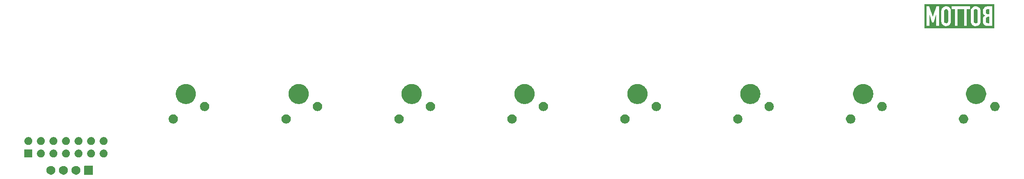
<source format=gbr>
%TF.GenerationSoftware,KiCad,Pcbnew,9.0.0*%
%TF.CreationDate,2025-04-15T08:35:35-04:00*%
%TF.ProjectId,Keypad,4b657970-6164-42e6-9b69-6361645f7063,1.0*%
%TF.SameCoordinates,Original*%
%TF.FileFunction,Soldermask,Bot*%
%TF.FilePolarity,Negative*%
%FSLAX46Y46*%
G04 Gerber Fmt 4.6, Leading zero omitted, Abs format (unit mm)*
G04 Created by KiCad (PCBNEW 9.0.0) date 2025-04-15 08:35:35*
%MOMM*%
%LPD*%
G01*
G04 APERTURE LIST*
G04 APERTURE END LIST*
G36*
X66069134Y-118463806D02*
G01*
X66085355Y-118474645D01*
X66096194Y-118490866D01*
X66100000Y-118510000D01*
X66100000Y-120210000D01*
X66096194Y-120229134D01*
X66085355Y-120245355D01*
X66069134Y-120256194D01*
X66050000Y-120260000D01*
X64350000Y-120260000D01*
X64330866Y-120256194D01*
X64314645Y-120245355D01*
X64303806Y-120229134D01*
X64300000Y-120210000D01*
X64300000Y-118510000D01*
X64303806Y-118490866D01*
X64314645Y-118474645D01*
X64330866Y-118463806D01*
X64350000Y-118460000D01*
X66050000Y-118460000D01*
X66069134Y-118463806D01*
G37*
G36*
X57841256Y-118498754D02*
G01*
X58004257Y-118566271D01*
X58150954Y-118664291D01*
X58275709Y-118789046D01*
X58373729Y-118935743D01*
X58441246Y-119098744D01*
X58475666Y-119271785D01*
X58475666Y-119448215D01*
X58441246Y-119621256D01*
X58373729Y-119784257D01*
X58275709Y-119930954D01*
X58150954Y-120055709D01*
X58004257Y-120153729D01*
X57841256Y-120221246D01*
X57668215Y-120255666D01*
X57491785Y-120255666D01*
X57318744Y-120221246D01*
X57155743Y-120153729D01*
X57009046Y-120055709D01*
X56884291Y-119930954D01*
X56786271Y-119784257D01*
X56718754Y-119621256D01*
X56684334Y-119448215D01*
X56684334Y-119271785D01*
X56718754Y-119098744D01*
X56786271Y-118935743D01*
X56884291Y-118789046D01*
X57009046Y-118664291D01*
X57155743Y-118566271D01*
X57318744Y-118498754D01*
X57491785Y-118464334D01*
X57668215Y-118464334D01*
X57841256Y-118498754D01*
G37*
G36*
X60381256Y-118498754D02*
G01*
X60544257Y-118566271D01*
X60690954Y-118664291D01*
X60815709Y-118789046D01*
X60913729Y-118935743D01*
X60981246Y-119098744D01*
X61015666Y-119271785D01*
X61015666Y-119448215D01*
X60981246Y-119621256D01*
X60913729Y-119784257D01*
X60815709Y-119930954D01*
X60690954Y-120055709D01*
X60544257Y-120153729D01*
X60381256Y-120221246D01*
X60208215Y-120255666D01*
X60031785Y-120255666D01*
X59858744Y-120221246D01*
X59695743Y-120153729D01*
X59549046Y-120055709D01*
X59424291Y-119930954D01*
X59326271Y-119784257D01*
X59258754Y-119621256D01*
X59224334Y-119448215D01*
X59224334Y-119271785D01*
X59258754Y-119098744D01*
X59326271Y-118935743D01*
X59424291Y-118789046D01*
X59549046Y-118664291D01*
X59695743Y-118566271D01*
X59858744Y-118498754D01*
X60031785Y-118464334D01*
X60208215Y-118464334D01*
X60381256Y-118498754D01*
G37*
G36*
X62921256Y-118498754D02*
G01*
X63084257Y-118566271D01*
X63230954Y-118664291D01*
X63355709Y-118789046D01*
X63453729Y-118935743D01*
X63521246Y-119098744D01*
X63555666Y-119271785D01*
X63555666Y-119448215D01*
X63521246Y-119621256D01*
X63453729Y-119784257D01*
X63355709Y-119930954D01*
X63230954Y-120055709D01*
X63084257Y-120153729D01*
X62921256Y-120221246D01*
X62748215Y-120255666D01*
X62571785Y-120255666D01*
X62398744Y-120221246D01*
X62235743Y-120153729D01*
X62089046Y-120055709D01*
X61964291Y-119930954D01*
X61866271Y-119784257D01*
X61798754Y-119621256D01*
X61764334Y-119448215D01*
X61764334Y-119271785D01*
X61798754Y-119098744D01*
X61866271Y-118935743D01*
X61964291Y-118789046D01*
X62089046Y-118664291D01*
X62235743Y-118566271D01*
X62398744Y-118498754D01*
X62571785Y-118464334D01*
X62748215Y-118464334D01*
X62921256Y-118498754D01*
G37*
G36*
X53793134Y-115139806D02*
G01*
X53809355Y-115150645D01*
X53820194Y-115166866D01*
X53824000Y-115186000D01*
X53824000Y-116694000D01*
X53820194Y-116713134D01*
X53809355Y-116729355D01*
X53793134Y-116740194D01*
X53774000Y-116744000D01*
X52266000Y-116744000D01*
X52246866Y-116740194D01*
X52230645Y-116729355D01*
X52219806Y-116713134D01*
X52216000Y-116694000D01*
X52216000Y-115186000D01*
X52219806Y-115166866D01*
X52230645Y-115150645D01*
X52246866Y-115139806D01*
X52266000Y-115136000D01*
X53774000Y-115136000D01*
X53793134Y-115139806D01*
G37*
G36*
X55793389Y-115170620D02*
G01*
X55939003Y-115230935D01*
X56070052Y-115318500D01*
X56181500Y-115429948D01*
X56269065Y-115560997D01*
X56329380Y-115706611D01*
X56360129Y-115861194D01*
X56360129Y-116018806D01*
X56329380Y-116173389D01*
X56269065Y-116319003D01*
X56181500Y-116450052D01*
X56070052Y-116561500D01*
X55939003Y-116649065D01*
X55793389Y-116709380D01*
X55638806Y-116740129D01*
X55481194Y-116740129D01*
X55326611Y-116709380D01*
X55180997Y-116649065D01*
X55049948Y-116561500D01*
X54938500Y-116450052D01*
X54850935Y-116319003D01*
X54790620Y-116173389D01*
X54759871Y-116018806D01*
X54759871Y-115861194D01*
X54790620Y-115706611D01*
X54850935Y-115560997D01*
X54938500Y-115429948D01*
X55049948Y-115318500D01*
X55180997Y-115230935D01*
X55326611Y-115170620D01*
X55481194Y-115139871D01*
X55638806Y-115139871D01*
X55793389Y-115170620D01*
G37*
G36*
X58333389Y-115170620D02*
G01*
X58479003Y-115230935D01*
X58610052Y-115318500D01*
X58721500Y-115429948D01*
X58809065Y-115560997D01*
X58869380Y-115706611D01*
X58900129Y-115861194D01*
X58900129Y-116018806D01*
X58869380Y-116173389D01*
X58809065Y-116319003D01*
X58721500Y-116450052D01*
X58610052Y-116561500D01*
X58479003Y-116649065D01*
X58333389Y-116709380D01*
X58178806Y-116740129D01*
X58021194Y-116740129D01*
X57866611Y-116709380D01*
X57720997Y-116649065D01*
X57589948Y-116561500D01*
X57478500Y-116450052D01*
X57390935Y-116319003D01*
X57330620Y-116173389D01*
X57299871Y-116018806D01*
X57299871Y-115861194D01*
X57330620Y-115706611D01*
X57390935Y-115560997D01*
X57478500Y-115429948D01*
X57589948Y-115318500D01*
X57720997Y-115230935D01*
X57866611Y-115170620D01*
X58021194Y-115139871D01*
X58178806Y-115139871D01*
X58333389Y-115170620D01*
G37*
G36*
X60873389Y-115170620D02*
G01*
X61019003Y-115230935D01*
X61150052Y-115318500D01*
X61261500Y-115429948D01*
X61349065Y-115560997D01*
X61409380Y-115706611D01*
X61440129Y-115861194D01*
X61440129Y-116018806D01*
X61409380Y-116173389D01*
X61349065Y-116319003D01*
X61261500Y-116450052D01*
X61150052Y-116561500D01*
X61019003Y-116649065D01*
X60873389Y-116709380D01*
X60718806Y-116740129D01*
X60561194Y-116740129D01*
X60406611Y-116709380D01*
X60260997Y-116649065D01*
X60129948Y-116561500D01*
X60018500Y-116450052D01*
X59930935Y-116319003D01*
X59870620Y-116173389D01*
X59839871Y-116018806D01*
X59839871Y-115861194D01*
X59870620Y-115706611D01*
X59930935Y-115560997D01*
X60018500Y-115429948D01*
X60129948Y-115318500D01*
X60260997Y-115230935D01*
X60406611Y-115170620D01*
X60561194Y-115139871D01*
X60718806Y-115139871D01*
X60873389Y-115170620D01*
G37*
G36*
X63413389Y-115170620D02*
G01*
X63559003Y-115230935D01*
X63690052Y-115318500D01*
X63801500Y-115429948D01*
X63889065Y-115560997D01*
X63949380Y-115706611D01*
X63980129Y-115861194D01*
X63980129Y-116018806D01*
X63949380Y-116173389D01*
X63889065Y-116319003D01*
X63801500Y-116450052D01*
X63690052Y-116561500D01*
X63559003Y-116649065D01*
X63413389Y-116709380D01*
X63258806Y-116740129D01*
X63101194Y-116740129D01*
X62946611Y-116709380D01*
X62800997Y-116649065D01*
X62669948Y-116561500D01*
X62558500Y-116450052D01*
X62470935Y-116319003D01*
X62410620Y-116173389D01*
X62379871Y-116018806D01*
X62379871Y-115861194D01*
X62410620Y-115706611D01*
X62470935Y-115560997D01*
X62558500Y-115429948D01*
X62669948Y-115318500D01*
X62800997Y-115230935D01*
X62946611Y-115170620D01*
X63101194Y-115139871D01*
X63258806Y-115139871D01*
X63413389Y-115170620D01*
G37*
G36*
X65953389Y-115170620D02*
G01*
X66099003Y-115230935D01*
X66230052Y-115318500D01*
X66341500Y-115429948D01*
X66429065Y-115560997D01*
X66489380Y-115706611D01*
X66520129Y-115861194D01*
X66520129Y-116018806D01*
X66489380Y-116173389D01*
X66429065Y-116319003D01*
X66341500Y-116450052D01*
X66230052Y-116561500D01*
X66099003Y-116649065D01*
X65953389Y-116709380D01*
X65798806Y-116740129D01*
X65641194Y-116740129D01*
X65486611Y-116709380D01*
X65340997Y-116649065D01*
X65209948Y-116561500D01*
X65098500Y-116450052D01*
X65010935Y-116319003D01*
X64950620Y-116173389D01*
X64919871Y-116018806D01*
X64919871Y-115861194D01*
X64950620Y-115706611D01*
X65010935Y-115560997D01*
X65098500Y-115429948D01*
X65209948Y-115318500D01*
X65340997Y-115230935D01*
X65486611Y-115170620D01*
X65641194Y-115139871D01*
X65798806Y-115139871D01*
X65953389Y-115170620D01*
G37*
G36*
X68493389Y-115170620D02*
G01*
X68639003Y-115230935D01*
X68770052Y-115318500D01*
X68881500Y-115429948D01*
X68969065Y-115560997D01*
X69029380Y-115706611D01*
X69060129Y-115861194D01*
X69060129Y-116018806D01*
X69029380Y-116173389D01*
X68969065Y-116319003D01*
X68881500Y-116450052D01*
X68770052Y-116561500D01*
X68639003Y-116649065D01*
X68493389Y-116709380D01*
X68338806Y-116740129D01*
X68181194Y-116740129D01*
X68026611Y-116709380D01*
X67880997Y-116649065D01*
X67749948Y-116561500D01*
X67638500Y-116450052D01*
X67550935Y-116319003D01*
X67490620Y-116173389D01*
X67459871Y-116018806D01*
X67459871Y-115861194D01*
X67490620Y-115706611D01*
X67550935Y-115560997D01*
X67638500Y-115429948D01*
X67749948Y-115318500D01*
X67880997Y-115230935D01*
X68026611Y-115170620D01*
X68181194Y-115139871D01*
X68338806Y-115139871D01*
X68493389Y-115170620D01*
G37*
G36*
X53253389Y-112630620D02*
G01*
X53399003Y-112690935D01*
X53530052Y-112778500D01*
X53641500Y-112889948D01*
X53729065Y-113020997D01*
X53789380Y-113166611D01*
X53820129Y-113321194D01*
X53820129Y-113478806D01*
X53789380Y-113633389D01*
X53729065Y-113779003D01*
X53641500Y-113910052D01*
X53530052Y-114021500D01*
X53399003Y-114109065D01*
X53253389Y-114169380D01*
X53098806Y-114200129D01*
X52941194Y-114200129D01*
X52786611Y-114169380D01*
X52640997Y-114109065D01*
X52509948Y-114021500D01*
X52398500Y-113910052D01*
X52310935Y-113779003D01*
X52250620Y-113633389D01*
X52219871Y-113478806D01*
X52219871Y-113321194D01*
X52250620Y-113166611D01*
X52310935Y-113020997D01*
X52398500Y-112889948D01*
X52509948Y-112778500D01*
X52640997Y-112690935D01*
X52786611Y-112630620D01*
X52941194Y-112599871D01*
X53098806Y-112599871D01*
X53253389Y-112630620D01*
G37*
G36*
X55793389Y-112630620D02*
G01*
X55939003Y-112690935D01*
X56070052Y-112778500D01*
X56181500Y-112889948D01*
X56269065Y-113020997D01*
X56329380Y-113166611D01*
X56360129Y-113321194D01*
X56360129Y-113478806D01*
X56329380Y-113633389D01*
X56269065Y-113779003D01*
X56181500Y-113910052D01*
X56070052Y-114021500D01*
X55939003Y-114109065D01*
X55793389Y-114169380D01*
X55638806Y-114200129D01*
X55481194Y-114200129D01*
X55326611Y-114169380D01*
X55180997Y-114109065D01*
X55049948Y-114021500D01*
X54938500Y-113910052D01*
X54850935Y-113779003D01*
X54790620Y-113633389D01*
X54759871Y-113478806D01*
X54759871Y-113321194D01*
X54790620Y-113166611D01*
X54850935Y-113020997D01*
X54938500Y-112889948D01*
X55049948Y-112778500D01*
X55180997Y-112690935D01*
X55326611Y-112630620D01*
X55481194Y-112599871D01*
X55638806Y-112599871D01*
X55793389Y-112630620D01*
G37*
G36*
X58333389Y-112630620D02*
G01*
X58479003Y-112690935D01*
X58610052Y-112778500D01*
X58721500Y-112889948D01*
X58809065Y-113020997D01*
X58869380Y-113166611D01*
X58900129Y-113321194D01*
X58900129Y-113478806D01*
X58869380Y-113633389D01*
X58809065Y-113779003D01*
X58721500Y-113910052D01*
X58610052Y-114021500D01*
X58479003Y-114109065D01*
X58333389Y-114169380D01*
X58178806Y-114200129D01*
X58021194Y-114200129D01*
X57866611Y-114169380D01*
X57720997Y-114109065D01*
X57589948Y-114021500D01*
X57478500Y-113910052D01*
X57390935Y-113779003D01*
X57330620Y-113633389D01*
X57299871Y-113478806D01*
X57299871Y-113321194D01*
X57330620Y-113166611D01*
X57390935Y-113020997D01*
X57478500Y-112889948D01*
X57589948Y-112778500D01*
X57720997Y-112690935D01*
X57866611Y-112630620D01*
X58021194Y-112599871D01*
X58178806Y-112599871D01*
X58333389Y-112630620D01*
G37*
G36*
X60873389Y-112630620D02*
G01*
X61019003Y-112690935D01*
X61150052Y-112778500D01*
X61261500Y-112889948D01*
X61349065Y-113020997D01*
X61409380Y-113166611D01*
X61440129Y-113321194D01*
X61440129Y-113478806D01*
X61409380Y-113633389D01*
X61349065Y-113779003D01*
X61261500Y-113910052D01*
X61150052Y-114021500D01*
X61019003Y-114109065D01*
X60873389Y-114169380D01*
X60718806Y-114200129D01*
X60561194Y-114200129D01*
X60406611Y-114169380D01*
X60260997Y-114109065D01*
X60129948Y-114021500D01*
X60018500Y-113910052D01*
X59930935Y-113779003D01*
X59870620Y-113633389D01*
X59839871Y-113478806D01*
X59839871Y-113321194D01*
X59870620Y-113166611D01*
X59930935Y-113020997D01*
X60018500Y-112889948D01*
X60129948Y-112778500D01*
X60260997Y-112690935D01*
X60406611Y-112630620D01*
X60561194Y-112599871D01*
X60718806Y-112599871D01*
X60873389Y-112630620D01*
G37*
G36*
X63413389Y-112630620D02*
G01*
X63559003Y-112690935D01*
X63690052Y-112778500D01*
X63801500Y-112889948D01*
X63889065Y-113020997D01*
X63949380Y-113166611D01*
X63980129Y-113321194D01*
X63980129Y-113478806D01*
X63949380Y-113633389D01*
X63889065Y-113779003D01*
X63801500Y-113910052D01*
X63690052Y-114021500D01*
X63559003Y-114109065D01*
X63413389Y-114169380D01*
X63258806Y-114200129D01*
X63101194Y-114200129D01*
X62946611Y-114169380D01*
X62800997Y-114109065D01*
X62669948Y-114021500D01*
X62558500Y-113910052D01*
X62470935Y-113779003D01*
X62410620Y-113633389D01*
X62379871Y-113478806D01*
X62379871Y-113321194D01*
X62410620Y-113166611D01*
X62470935Y-113020997D01*
X62558500Y-112889948D01*
X62669948Y-112778500D01*
X62800997Y-112690935D01*
X62946611Y-112630620D01*
X63101194Y-112599871D01*
X63258806Y-112599871D01*
X63413389Y-112630620D01*
G37*
G36*
X65953389Y-112630620D02*
G01*
X66099003Y-112690935D01*
X66230052Y-112778500D01*
X66341500Y-112889948D01*
X66429065Y-113020997D01*
X66489380Y-113166611D01*
X66520129Y-113321194D01*
X66520129Y-113478806D01*
X66489380Y-113633389D01*
X66429065Y-113779003D01*
X66341500Y-113910052D01*
X66230052Y-114021500D01*
X66099003Y-114109065D01*
X65953389Y-114169380D01*
X65798806Y-114200129D01*
X65641194Y-114200129D01*
X65486611Y-114169380D01*
X65340997Y-114109065D01*
X65209948Y-114021500D01*
X65098500Y-113910052D01*
X65010935Y-113779003D01*
X64950620Y-113633389D01*
X64919871Y-113478806D01*
X64919871Y-113321194D01*
X64950620Y-113166611D01*
X65010935Y-113020997D01*
X65098500Y-112889948D01*
X65209948Y-112778500D01*
X65340997Y-112690935D01*
X65486611Y-112630620D01*
X65641194Y-112599871D01*
X65798806Y-112599871D01*
X65953389Y-112630620D01*
G37*
G36*
X68493389Y-112630620D02*
G01*
X68639003Y-112690935D01*
X68770052Y-112778500D01*
X68881500Y-112889948D01*
X68969065Y-113020997D01*
X69029380Y-113166611D01*
X69060129Y-113321194D01*
X69060129Y-113478806D01*
X69029380Y-113633389D01*
X68969065Y-113779003D01*
X68881500Y-113910052D01*
X68770052Y-114021500D01*
X68639003Y-114109065D01*
X68493389Y-114169380D01*
X68338806Y-114200129D01*
X68181194Y-114200129D01*
X68026611Y-114169380D01*
X67880997Y-114109065D01*
X67749948Y-114021500D01*
X67638500Y-113910052D01*
X67550935Y-113779003D01*
X67490620Y-113633389D01*
X67459871Y-113478806D01*
X67459871Y-113321194D01*
X67490620Y-113166611D01*
X67550935Y-113020997D01*
X67638500Y-112889948D01*
X67749948Y-112778500D01*
X67880997Y-112690935D01*
X68026611Y-112630620D01*
X68181194Y-112599871D01*
X68338806Y-112599871D01*
X68493389Y-112630620D01*
G37*
G36*
X82635770Y-108000907D02*
G01*
X82807827Y-108072175D01*
X82962674Y-108175640D01*
X83094360Y-108307326D01*
X83197825Y-108462173D01*
X83269093Y-108634230D01*
X83305425Y-108816884D01*
X83305425Y-109003116D01*
X83269093Y-109185770D01*
X83197825Y-109357827D01*
X83094360Y-109512674D01*
X82962674Y-109644360D01*
X82807827Y-109747825D01*
X82635770Y-109819093D01*
X82453116Y-109855425D01*
X82266884Y-109855425D01*
X82084230Y-109819093D01*
X81912173Y-109747825D01*
X81757326Y-109644360D01*
X81625640Y-109512674D01*
X81522175Y-109357827D01*
X81450907Y-109185770D01*
X81414575Y-109003116D01*
X81414575Y-108816884D01*
X81450907Y-108634230D01*
X81522175Y-108462173D01*
X81625640Y-108307326D01*
X81757326Y-108175640D01*
X81912173Y-108072175D01*
X82084230Y-108000907D01*
X82266884Y-107964575D01*
X82453116Y-107964575D01*
X82635770Y-108000907D01*
G37*
G36*
X105485770Y-108000907D02*
G01*
X105657827Y-108072175D01*
X105812674Y-108175640D01*
X105944360Y-108307326D01*
X106047825Y-108462173D01*
X106119093Y-108634230D01*
X106155425Y-108816884D01*
X106155425Y-109003116D01*
X106119093Y-109185770D01*
X106047825Y-109357827D01*
X105944360Y-109512674D01*
X105812674Y-109644360D01*
X105657827Y-109747825D01*
X105485770Y-109819093D01*
X105303116Y-109855425D01*
X105116884Y-109855425D01*
X104934230Y-109819093D01*
X104762173Y-109747825D01*
X104607326Y-109644360D01*
X104475640Y-109512674D01*
X104372175Y-109357827D01*
X104300907Y-109185770D01*
X104264575Y-109003116D01*
X104264575Y-108816884D01*
X104300907Y-108634230D01*
X104372175Y-108462173D01*
X104475640Y-108307326D01*
X104607326Y-108175640D01*
X104762173Y-108072175D01*
X104934230Y-108000907D01*
X105116884Y-107964575D01*
X105303116Y-107964575D01*
X105485770Y-108000907D01*
G37*
G36*
X128335770Y-108000907D02*
G01*
X128507827Y-108072175D01*
X128662674Y-108175640D01*
X128794360Y-108307326D01*
X128897825Y-108462173D01*
X128969093Y-108634230D01*
X129005425Y-108816884D01*
X129005425Y-109003116D01*
X128969093Y-109185770D01*
X128897825Y-109357827D01*
X128794360Y-109512674D01*
X128662674Y-109644360D01*
X128507827Y-109747825D01*
X128335770Y-109819093D01*
X128153116Y-109855425D01*
X127966884Y-109855425D01*
X127784230Y-109819093D01*
X127612173Y-109747825D01*
X127457326Y-109644360D01*
X127325640Y-109512674D01*
X127222175Y-109357827D01*
X127150907Y-109185770D01*
X127114575Y-109003116D01*
X127114575Y-108816884D01*
X127150907Y-108634230D01*
X127222175Y-108462173D01*
X127325640Y-108307326D01*
X127457326Y-108175640D01*
X127612173Y-108072175D01*
X127784230Y-108000907D01*
X127966884Y-107964575D01*
X128153116Y-107964575D01*
X128335770Y-108000907D01*
G37*
G36*
X151185770Y-108000907D02*
G01*
X151357827Y-108072175D01*
X151512674Y-108175640D01*
X151644360Y-108307326D01*
X151747825Y-108462173D01*
X151819093Y-108634230D01*
X151855425Y-108816884D01*
X151855425Y-109003116D01*
X151819093Y-109185770D01*
X151747825Y-109357827D01*
X151644360Y-109512674D01*
X151512674Y-109644360D01*
X151357827Y-109747825D01*
X151185770Y-109819093D01*
X151003116Y-109855425D01*
X150816884Y-109855425D01*
X150634230Y-109819093D01*
X150462173Y-109747825D01*
X150307326Y-109644360D01*
X150175640Y-109512674D01*
X150072175Y-109357827D01*
X150000907Y-109185770D01*
X149964575Y-109003116D01*
X149964575Y-108816884D01*
X150000907Y-108634230D01*
X150072175Y-108462173D01*
X150175640Y-108307326D01*
X150307326Y-108175640D01*
X150462173Y-108072175D01*
X150634230Y-108000907D01*
X150816884Y-107964575D01*
X151003116Y-107964575D01*
X151185770Y-108000907D01*
G37*
G36*
X174035770Y-108000907D02*
G01*
X174207827Y-108072175D01*
X174362674Y-108175640D01*
X174494360Y-108307326D01*
X174597825Y-108462173D01*
X174669093Y-108634230D01*
X174705425Y-108816884D01*
X174705425Y-109003116D01*
X174669093Y-109185770D01*
X174597825Y-109357827D01*
X174494360Y-109512674D01*
X174362674Y-109644360D01*
X174207827Y-109747825D01*
X174035770Y-109819093D01*
X173853116Y-109855425D01*
X173666884Y-109855425D01*
X173484230Y-109819093D01*
X173312173Y-109747825D01*
X173157326Y-109644360D01*
X173025640Y-109512674D01*
X172922175Y-109357827D01*
X172850907Y-109185770D01*
X172814575Y-109003116D01*
X172814575Y-108816884D01*
X172850907Y-108634230D01*
X172922175Y-108462173D01*
X173025640Y-108307326D01*
X173157326Y-108175640D01*
X173312173Y-108072175D01*
X173484230Y-108000907D01*
X173666884Y-107964575D01*
X173853116Y-107964575D01*
X174035770Y-108000907D01*
G37*
G36*
X196885770Y-108000907D02*
G01*
X197057827Y-108072175D01*
X197212674Y-108175640D01*
X197344360Y-108307326D01*
X197447825Y-108462173D01*
X197519093Y-108634230D01*
X197555425Y-108816884D01*
X197555425Y-109003116D01*
X197519093Y-109185770D01*
X197447825Y-109357827D01*
X197344360Y-109512674D01*
X197212674Y-109644360D01*
X197057827Y-109747825D01*
X196885770Y-109819093D01*
X196703116Y-109855425D01*
X196516884Y-109855425D01*
X196334230Y-109819093D01*
X196162173Y-109747825D01*
X196007326Y-109644360D01*
X195875640Y-109512674D01*
X195772175Y-109357827D01*
X195700907Y-109185770D01*
X195664575Y-109003116D01*
X195664575Y-108816884D01*
X195700907Y-108634230D01*
X195772175Y-108462173D01*
X195875640Y-108307326D01*
X196007326Y-108175640D01*
X196162173Y-108072175D01*
X196334230Y-108000907D01*
X196516884Y-107964575D01*
X196703116Y-107964575D01*
X196885770Y-108000907D01*
G37*
G36*
X219735770Y-108000907D02*
G01*
X219907827Y-108072175D01*
X220062674Y-108175640D01*
X220194360Y-108307326D01*
X220297825Y-108462173D01*
X220369093Y-108634230D01*
X220405425Y-108816884D01*
X220405425Y-109003116D01*
X220369093Y-109185770D01*
X220297825Y-109357827D01*
X220194360Y-109512674D01*
X220062674Y-109644360D01*
X219907827Y-109747825D01*
X219735770Y-109819093D01*
X219553116Y-109855425D01*
X219366884Y-109855425D01*
X219184230Y-109819093D01*
X219012173Y-109747825D01*
X218857326Y-109644360D01*
X218725640Y-109512674D01*
X218622175Y-109357827D01*
X218550907Y-109185770D01*
X218514575Y-109003116D01*
X218514575Y-108816884D01*
X218550907Y-108634230D01*
X218622175Y-108462173D01*
X218725640Y-108307326D01*
X218857326Y-108175640D01*
X219012173Y-108072175D01*
X219184230Y-108000907D01*
X219366884Y-107964575D01*
X219553116Y-107964575D01*
X219735770Y-108000907D01*
G37*
G36*
X242585770Y-108000907D02*
G01*
X242757827Y-108072175D01*
X242912674Y-108175640D01*
X243044360Y-108307326D01*
X243147825Y-108462173D01*
X243219093Y-108634230D01*
X243255425Y-108816884D01*
X243255425Y-109003116D01*
X243219093Y-109185770D01*
X243147825Y-109357827D01*
X243044360Y-109512674D01*
X242912674Y-109644360D01*
X242757827Y-109747825D01*
X242585770Y-109819093D01*
X242403116Y-109855425D01*
X242216884Y-109855425D01*
X242034230Y-109819093D01*
X241862173Y-109747825D01*
X241707326Y-109644360D01*
X241575640Y-109512674D01*
X241472175Y-109357827D01*
X241400907Y-109185770D01*
X241364575Y-109003116D01*
X241364575Y-108816884D01*
X241400907Y-108634230D01*
X241472175Y-108462173D01*
X241575640Y-108307326D01*
X241707326Y-108175640D01*
X241862173Y-108072175D01*
X242034230Y-108000907D01*
X242216884Y-107964575D01*
X242403116Y-107964575D01*
X242585770Y-108000907D01*
G37*
G36*
X88985770Y-105460907D02*
G01*
X89157827Y-105532175D01*
X89312674Y-105635640D01*
X89444360Y-105767326D01*
X89547825Y-105922173D01*
X89619093Y-106094230D01*
X89655425Y-106276884D01*
X89655425Y-106463116D01*
X89619093Y-106645770D01*
X89547825Y-106817827D01*
X89444360Y-106972674D01*
X89312674Y-107104360D01*
X89157827Y-107207825D01*
X88985770Y-107279093D01*
X88803116Y-107315425D01*
X88616884Y-107315425D01*
X88434230Y-107279093D01*
X88262173Y-107207825D01*
X88107326Y-107104360D01*
X87975640Y-106972674D01*
X87872175Y-106817827D01*
X87800907Y-106645770D01*
X87764575Y-106463116D01*
X87764575Y-106276884D01*
X87800907Y-106094230D01*
X87872175Y-105922173D01*
X87975640Y-105767326D01*
X88107326Y-105635640D01*
X88262173Y-105532175D01*
X88434230Y-105460907D01*
X88616884Y-105424575D01*
X88803116Y-105424575D01*
X88985770Y-105460907D01*
G37*
G36*
X111835770Y-105460907D02*
G01*
X112007827Y-105532175D01*
X112162674Y-105635640D01*
X112294360Y-105767326D01*
X112397825Y-105922173D01*
X112469093Y-106094230D01*
X112505425Y-106276884D01*
X112505425Y-106463116D01*
X112469093Y-106645770D01*
X112397825Y-106817827D01*
X112294360Y-106972674D01*
X112162674Y-107104360D01*
X112007827Y-107207825D01*
X111835770Y-107279093D01*
X111653116Y-107315425D01*
X111466884Y-107315425D01*
X111284230Y-107279093D01*
X111112173Y-107207825D01*
X110957326Y-107104360D01*
X110825640Y-106972674D01*
X110722175Y-106817827D01*
X110650907Y-106645770D01*
X110614575Y-106463116D01*
X110614575Y-106276884D01*
X110650907Y-106094230D01*
X110722175Y-105922173D01*
X110825640Y-105767326D01*
X110957326Y-105635640D01*
X111112173Y-105532175D01*
X111284230Y-105460907D01*
X111466884Y-105424575D01*
X111653116Y-105424575D01*
X111835770Y-105460907D01*
G37*
G36*
X134685770Y-105460907D02*
G01*
X134857827Y-105532175D01*
X135012674Y-105635640D01*
X135144360Y-105767326D01*
X135247825Y-105922173D01*
X135319093Y-106094230D01*
X135355425Y-106276884D01*
X135355425Y-106463116D01*
X135319093Y-106645770D01*
X135247825Y-106817827D01*
X135144360Y-106972674D01*
X135012674Y-107104360D01*
X134857827Y-107207825D01*
X134685770Y-107279093D01*
X134503116Y-107315425D01*
X134316884Y-107315425D01*
X134134230Y-107279093D01*
X133962173Y-107207825D01*
X133807326Y-107104360D01*
X133675640Y-106972674D01*
X133572175Y-106817827D01*
X133500907Y-106645770D01*
X133464575Y-106463116D01*
X133464575Y-106276884D01*
X133500907Y-106094230D01*
X133572175Y-105922173D01*
X133675640Y-105767326D01*
X133807326Y-105635640D01*
X133962173Y-105532175D01*
X134134230Y-105460907D01*
X134316884Y-105424575D01*
X134503116Y-105424575D01*
X134685770Y-105460907D01*
G37*
G36*
X157535770Y-105460907D02*
G01*
X157707827Y-105532175D01*
X157862674Y-105635640D01*
X157994360Y-105767326D01*
X158097825Y-105922173D01*
X158169093Y-106094230D01*
X158205425Y-106276884D01*
X158205425Y-106463116D01*
X158169093Y-106645770D01*
X158097825Y-106817827D01*
X157994360Y-106972674D01*
X157862674Y-107104360D01*
X157707827Y-107207825D01*
X157535770Y-107279093D01*
X157353116Y-107315425D01*
X157166884Y-107315425D01*
X156984230Y-107279093D01*
X156812173Y-107207825D01*
X156657326Y-107104360D01*
X156525640Y-106972674D01*
X156422175Y-106817827D01*
X156350907Y-106645770D01*
X156314575Y-106463116D01*
X156314575Y-106276884D01*
X156350907Y-106094230D01*
X156422175Y-105922173D01*
X156525640Y-105767326D01*
X156657326Y-105635640D01*
X156812173Y-105532175D01*
X156984230Y-105460907D01*
X157166884Y-105424575D01*
X157353116Y-105424575D01*
X157535770Y-105460907D01*
G37*
G36*
X180385770Y-105460907D02*
G01*
X180557827Y-105532175D01*
X180712674Y-105635640D01*
X180844360Y-105767326D01*
X180947825Y-105922173D01*
X181019093Y-106094230D01*
X181055425Y-106276884D01*
X181055425Y-106463116D01*
X181019093Y-106645770D01*
X180947825Y-106817827D01*
X180844360Y-106972674D01*
X180712674Y-107104360D01*
X180557827Y-107207825D01*
X180385770Y-107279093D01*
X180203116Y-107315425D01*
X180016884Y-107315425D01*
X179834230Y-107279093D01*
X179662173Y-107207825D01*
X179507326Y-107104360D01*
X179375640Y-106972674D01*
X179272175Y-106817827D01*
X179200907Y-106645770D01*
X179164575Y-106463116D01*
X179164575Y-106276884D01*
X179200907Y-106094230D01*
X179272175Y-105922173D01*
X179375640Y-105767326D01*
X179507326Y-105635640D01*
X179662173Y-105532175D01*
X179834230Y-105460907D01*
X180016884Y-105424575D01*
X180203116Y-105424575D01*
X180385770Y-105460907D01*
G37*
G36*
X203235770Y-105460907D02*
G01*
X203407827Y-105532175D01*
X203562674Y-105635640D01*
X203694360Y-105767326D01*
X203797825Y-105922173D01*
X203869093Y-106094230D01*
X203905425Y-106276884D01*
X203905425Y-106463116D01*
X203869093Y-106645770D01*
X203797825Y-106817827D01*
X203694360Y-106972674D01*
X203562674Y-107104360D01*
X203407827Y-107207825D01*
X203235770Y-107279093D01*
X203053116Y-107315425D01*
X202866884Y-107315425D01*
X202684230Y-107279093D01*
X202512173Y-107207825D01*
X202357326Y-107104360D01*
X202225640Y-106972674D01*
X202122175Y-106817827D01*
X202050907Y-106645770D01*
X202014575Y-106463116D01*
X202014575Y-106276884D01*
X202050907Y-106094230D01*
X202122175Y-105922173D01*
X202225640Y-105767326D01*
X202357326Y-105635640D01*
X202512173Y-105532175D01*
X202684230Y-105460907D01*
X202866884Y-105424575D01*
X203053116Y-105424575D01*
X203235770Y-105460907D01*
G37*
G36*
X226085770Y-105460907D02*
G01*
X226257827Y-105532175D01*
X226412674Y-105635640D01*
X226544360Y-105767326D01*
X226647825Y-105922173D01*
X226719093Y-106094230D01*
X226755425Y-106276884D01*
X226755425Y-106463116D01*
X226719093Y-106645770D01*
X226647825Y-106817827D01*
X226544360Y-106972674D01*
X226412674Y-107104360D01*
X226257827Y-107207825D01*
X226085770Y-107279093D01*
X225903116Y-107315425D01*
X225716884Y-107315425D01*
X225534230Y-107279093D01*
X225362173Y-107207825D01*
X225207326Y-107104360D01*
X225075640Y-106972674D01*
X224972175Y-106817827D01*
X224900907Y-106645770D01*
X224864575Y-106463116D01*
X224864575Y-106276884D01*
X224900907Y-106094230D01*
X224972175Y-105922173D01*
X225075640Y-105767326D01*
X225207326Y-105635640D01*
X225362173Y-105532175D01*
X225534230Y-105460907D01*
X225716884Y-105424575D01*
X225903116Y-105424575D01*
X226085770Y-105460907D01*
G37*
G36*
X248935770Y-105460907D02*
G01*
X249107827Y-105532175D01*
X249262674Y-105635640D01*
X249394360Y-105767326D01*
X249497825Y-105922173D01*
X249569093Y-106094230D01*
X249605425Y-106276884D01*
X249605425Y-106463116D01*
X249569093Y-106645770D01*
X249497825Y-106817827D01*
X249394360Y-106972674D01*
X249262674Y-107104360D01*
X249107827Y-107207825D01*
X248935770Y-107279093D01*
X248753116Y-107315425D01*
X248566884Y-107315425D01*
X248384230Y-107279093D01*
X248212173Y-107207825D01*
X248057326Y-107104360D01*
X247925640Y-106972674D01*
X247822175Y-106817827D01*
X247750907Y-106645770D01*
X247714575Y-106463116D01*
X247714575Y-106276884D01*
X247750907Y-106094230D01*
X247822175Y-105922173D01*
X247925640Y-105767326D01*
X248057326Y-105635640D01*
X248212173Y-105532175D01*
X248384230Y-105460907D01*
X248566884Y-105424575D01*
X248753116Y-105424575D01*
X248935770Y-105460907D01*
G37*
G36*
X85299935Y-101819390D02*
G01*
X85558951Y-101888793D01*
X85806692Y-101991411D01*
X86038919Y-102125487D01*
X86251659Y-102288728D01*
X86441272Y-102478341D01*
X86604513Y-102691081D01*
X86738589Y-102923308D01*
X86841207Y-103171049D01*
X86910610Y-103430065D01*
X86945611Y-103695924D01*
X86945611Y-103964076D01*
X86910610Y-104229935D01*
X86841207Y-104488951D01*
X86738589Y-104736692D01*
X86604513Y-104968919D01*
X86441272Y-105181659D01*
X86251659Y-105371272D01*
X86038919Y-105534513D01*
X85806692Y-105668589D01*
X85558951Y-105771207D01*
X85299935Y-105840610D01*
X85034076Y-105875611D01*
X84765924Y-105875611D01*
X84500065Y-105840610D01*
X84241049Y-105771207D01*
X83993308Y-105668589D01*
X83761081Y-105534513D01*
X83548341Y-105371272D01*
X83358728Y-105181659D01*
X83195487Y-104968919D01*
X83061411Y-104736692D01*
X82958793Y-104488951D01*
X82889390Y-104229935D01*
X82854389Y-103964076D01*
X82854389Y-103695924D01*
X82889390Y-103430065D01*
X82958793Y-103171049D01*
X83061411Y-102923308D01*
X83195487Y-102691081D01*
X83358728Y-102478341D01*
X83548341Y-102288728D01*
X83761081Y-102125487D01*
X83993308Y-101991411D01*
X84241049Y-101888793D01*
X84500065Y-101819390D01*
X84765924Y-101784389D01*
X85034076Y-101784389D01*
X85299935Y-101819390D01*
G37*
G36*
X108149935Y-101819390D02*
G01*
X108408951Y-101888793D01*
X108656692Y-101991411D01*
X108888919Y-102125487D01*
X109101659Y-102288728D01*
X109291272Y-102478341D01*
X109454513Y-102691081D01*
X109588589Y-102923308D01*
X109691207Y-103171049D01*
X109760610Y-103430065D01*
X109795611Y-103695924D01*
X109795611Y-103964076D01*
X109760610Y-104229935D01*
X109691207Y-104488951D01*
X109588589Y-104736692D01*
X109454513Y-104968919D01*
X109291272Y-105181659D01*
X109101659Y-105371272D01*
X108888919Y-105534513D01*
X108656692Y-105668589D01*
X108408951Y-105771207D01*
X108149935Y-105840610D01*
X107884076Y-105875611D01*
X107615924Y-105875611D01*
X107350065Y-105840610D01*
X107091049Y-105771207D01*
X106843308Y-105668589D01*
X106611081Y-105534513D01*
X106398341Y-105371272D01*
X106208728Y-105181659D01*
X106045487Y-104968919D01*
X105911411Y-104736692D01*
X105808793Y-104488951D01*
X105739390Y-104229935D01*
X105704389Y-103964076D01*
X105704389Y-103695924D01*
X105739390Y-103430065D01*
X105808793Y-103171049D01*
X105911411Y-102923308D01*
X106045487Y-102691081D01*
X106208728Y-102478341D01*
X106398341Y-102288728D01*
X106611081Y-102125487D01*
X106843308Y-101991411D01*
X107091049Y-101888793D01*
X107350065Y-101819390D01*
X107615924Y-101784389D01*
X107884076Y-101784389D01*
X108149935Y-101819390D01*
G37*
G36*
X130999935Y-101819390D02*
G01*
X131258951Y-101888793D01*
X131506692Y-101991411D01*
X131738919Y-102125487D01*
X131951659Y-102288728D01*
X132141272Y-102478341D01*
X132304513Y-102691081D01*
X132438589Y-102923308D01*
X132541207Y-103171049D01*
X132610610Y-103430065D01*
X132645611Y-103695924D01*
X132645611Y-103964076D01*
X132610610Y-104229935D01*
X132541207Y-104488951D01*
X132438589Y-104736692D01*
X132304513Y-104968919D01*
X132141272Y-105181659D01*
X131951659Y-105371272D01*
X131738919Y-105534513D01*
X131506692Y-105668589D01*
X131258951Y-105771207D01*
X130999935Y-105840610D01*
X130734076Y-105875611D01*
X130465924Y-105875611D01*
X130200065Y-105840610D01*
X129941049Y-105771207D01*
X129693308Y-105668589D01*
X129461081Y-105534513D01*
X129248341Y-105371272D01*
X129058728Y-105181659D01*
X128895487Y-104968919D01*
X128761411Y-104736692D01*
X128658793Y-104488951D01*
X128589390Y-104229935D01*
X128554389Y-103964076D01*
X128554389Y-103695924D01*
X128589390Y-103430065D01*
X128658793Y-103171049D01*
X128761411Y-102923308D01*
X128895487Y-102691081D01*
X129058728Y-102478341D01*
X129248341Y-102288728D01*
X129461081Y-102125487D01*
X129693308Y-101991411D01*
X129941049Y-101888793D01*
X130200065Y-101819390D01*
X130465924Y-101784389D01*
X130734076Y-101784389D01*
X130999935Y-101819390D01*
G37*
G36*
X153849935Y-101819390D02*
G01*
X154108951Y-101888793D01*
X154356692Y-101991411D01*
X154588919Y-102125487D01*
X154801659Y-102288728D01*
X154991272Y-102478341D01*
X155154513Y-102691081D01*
X155288589Y-102923308D01*
X155391207Y-103171049D01*
X155460610Y-103430065D01*
X155495611Y-103695924D01*
X155495611Y-103964076D01*
X155460610Y-104229935D01*
X155391207Y-104488951D01*
X155288589Y-104736692D01*
X155154513Y-104968919D01*
X154991272Y-105181659D01*
X154801659Y-105371272D01*
X154588919Y-105534513D01*
X154356692Y-105668589D01*
X154108951Y-105771207D01*
X153849935Y-105840610D01*
X153584076Y-105875611D01*
X153315924Y-105875611D01*
X153050065Y-105840610D01*
X152791049Y-105771207D01*
X152543308Y-105668589D01*
X152311081Y-105534513D01*
X152098341Y-105371272D01*
X151908728Y-105181659D01*
X151745487Y-104968919D01*
X151611411Y-104736692D01*
X151508793Y-104488951D01*
X151439390Y-104229935D01*
X151404389Y-103964076D01*
X151404389Y-103695924D01*
X151439390Y-103430065D01*
X151508793Y-103171049D01*
X151611411Y-102923308D01*
X151745487Y-102691081D01*
X151908728Y-102478341D01*
X152098341Y-102288728D01*
X152311081Y-102125487D01*
X152543308Y-101991411D01*
X152791049Y-101888793D01*
X153050065Y-101819390D01*
X153315924Y-101784389D01*
X153584076Y-101784389D01*
X153849935Y-101819390D01*
G37*
G36*
X176699935Y-101819390D02*
G01*
X176958951Y-101888793D01*
X177206692Y-101991411D01*
X177438919Y-102125487D01*
X177651659Y-102288728D01*
X177841272Y-102478341D01*
X178004513Y-102691081D01*
X178138589Y-102923308D01*
X178241207Y-103171049D01*
X178310610Y-103430065D01*
X178345611Y-103695924D01*
X178345611Y-103964076D01*
X178310610Y-104229935D01*
X178241207Y-104488951D01*
X178138589Y-104736692D01*
X178004513Y-104968919D01*
X177841272Y-105181659D01*
X177651659Y-105371272D01*
X177438919Y-105534513D01*
X177206692Y-105668589D01*
X176958951Y-105771207D01*
X176699935Y-105840610D01*
X176434076Y-105875611D01*
X176165924Y-105875611D01*
X175900065Y-105840610D01*
X175641049Y-105771207D01*
X175393308Y-105668589D01*
X175161081Y-105534513D01*
X174948341Y-105371272D01*
X174758728Y-105181659D01*
X174595487Y-104968919D01*
X174461411Y-104736692D01*
X174358793Y-104488951D01*
X174289390Y-104229935D01*
X174254389Y-103964076D01*
X174254389Y-103695924D01*
X174289390Y-103430065D01*
X174358793Y-103171049D01*
X174461411Y-102923308D01*
X174595487Y-102691081D01*
X174758728Y-102478341D01*
X174948341Y-102288728D01*
X175161081Y-102125487D01*
X175393308Y-101991411D01*
X175641049Y-101888793D01*
X175900065Y-101819390D01*
X176165924Y-101784389D01*
X176434076Y-101784389D01*
X176699935Y-101819390D01*
G37*
G36*
X199549935Y-101819390D02*
G01*
X199808951Y-101888793D01*
X200056692Y-101991411D01*
X200288919Y-102125487D01*
X200501659Y-102288728D01*
X200691272Y-102478341D01*
X200854513Y-102691081D01*
X200988589Y-102923308D01*
X201091207Y-103171049D01*
X201160610Y-103430065D01*
X201195611Y-103695924D01*
X201195611Y-103964076D01*
X201160610Y-104229935D01*
X201091207Y-104488951D01*
X200988589Y-104736692D01*
X200854513Y-104968919D01*
X200691272Y-105181659D01*
X200501659Y-105371272D01*
X200288919Y-105534513D01*
X200056692Y-105668589D01*
X199808951Y-105771207D01*
X199549935Y-105840610D01*
X199284076Y-105875611D01*
X199015924Y-105875611D01*
X198750065Y-105840610D01*
X198491049Y-105771207D01*
X198243308Y-105668589D01*
X198011081Y-105534513D01*
X197798341Y-105371272D01*
X197608728Y-105181659D01*
X197445487Y-104968919D01*
X197311411Y-104736692D01*
X197208793Y-104488951D01*
X197139390Y-104229935D01*
X197104389Y-103964076D01*
X197104389Y-103695924D01*
X197139390Y-103430065D01*
X197208793Y-103171049D01*
X197311411Y-102923308D01*
X197445487Y-102691081D01*
X197608728Y-102478341D01*
X197798341Y-102288728D01*
X198011081Y-102125487D01*
X198243308Y-101991411D01*
X198491049Y-101888793D01*
X198750065Y-101819390D01*
X199015924Y-101784389D01*
X199284076Y-101784389D01*
X199549935Y-101819390D01*
G37*
G36*
X222399935Y-101819390D02*
G01*
X222658951Y-101888793D01*
X222906692Y-101991411D01*
X223138919Y-102125487D01*
X223351659Y-102288728D01*
X223541272Y-102478341D01*
X223704513Y-102691081D01*
X223838589Y-102923308D01*
X223941207Y-103171049D01*
X224010610Y-103430065D01*
X224045611Y-103695924D01*
X224045611Y-103964076D01*
X224010610Y-104229935D01*
X223941207Y-104488951D01*
X223838589Y-104736692D01*
X223704513Y-104968919D01*
X223541272Y-105181659D01*
X223351659Y-105371272D01*
X223138919Y-105534513D01*
X222906692Y-105668589D01*
X222658951Y-105771207D01*
X222399935Y-105840610D01*
X222134076Y-105875611D01*
X221865924Y-105875611D01*
X221600065Y-105840610D01*
X221341049Y-105771207D01*
X221093308Y-105668589D01*
X220861081Y-105534513D01*
X220648341Y-105371272D01*
X220458728Y-105181659D01*
X220295487Y-104968919D01*
X220161411Y-104736692D01*
X220058793Y-104488951D01*
X219989390Y-104229935D01*
X219954389Y-103964076D01*
X219954389Y-103695924D01*
X219989390Y-103430065D01*
X220058793Y-103171049D01*
X220161411Y-102923308D01*
X220295487Y-102691081D01*
X220458728Y-102478341D01*
X220648341Y-102288728D01*
X220861081Y-102125487D01*
X221093308Y-101991411D01*
X221341049Y-101888793D01*
X221600065Y-101819390D01*
X221865924Y-101784389D01*
X222134076Y-101784389D01*
X222399935Y-101819390D01*
G37*
G36*
X245249935Y-101819390D02*
G01*
X245508951Y-101888793D01*
X245756692Y-101991411D01*
X245988919Y-102125487D01*
X246201659Y-102288728D01*
X246391272Y-102478341D01*
X246554513Y-102691081D01*
X246688589Y-102923308D01*
X246791207Y-103171049D01*
X246860610Y-103430065D01*
X246895611Y-103695924D01*
X246895611Y-103964076D01*
X246860610Y-104229935D01*
X246791207Y-104488951D01*
X246688589Y-104736692D01*
X246554513Y-104968919D01*
X246391272Y-105181659D01*
X246201659Y-105371272D01*
X245988919Y-105534513D01*
X245756692Y-105668589D01*
X245508951Y-105771207D01*
X245249935Y-105840610D01*
X244984076Y-105875611D01*
X244715924Y-105875611D01*
X244450065Y-105840610D01*
X244191049Y-105771207D01*
X243943308Y-105668589D01*
X243711081Y-105534513D01*
X243498341Y-105371272D01*
X243308728Y-105181659D01*
X243145487Y-104968919D01*
X243011411Y-104736692D01*
X242908793Y-104488951D01*
X242839390Y-104229935D01*
X242804389Y-103964076D01*
X242804389Y-103695924D01*
X242839390Y-103430065D01*
X242908793Y-103171049D01*
X243011411Y-102923308D01*
X243145487Y-102691081D01*
X243308728Y-102478341D01*
X243498341Y-102288728D01*
X243711081Y-102125487D01*
X243943308Y-101991411D01*
X244191049Y-101888793D01*
X244450065Y-101819390D01*
X244715924Y-101784389D01*
X244984076Y-101784389D01*
X245249935Y-101819390D01*
G37*
G36*
X238983702Y-86601836D02*
G01*
X239070168Y-86657458D01*
X239174413Y-86832809D01*
X239188382Y-86962273D01*
X239188382Y-89056900D01*
X239150979Y-89254496D01*
X239070168Y-89360738D01*
X238886845Y-89448895D01*
X238789778Y-89458435D01*
X238597577Y-89416361D01*
X238511341Y-89360738D01*
X238407096Y-89185808D01*
X238393127Y-89056900D01*
X238393127Y-86962273D01*
X238430531Y-86763887D01*
X238511341Y-86657458D01*
X238693741Y-86569302D01*
X238789778Y-86559761D01*
X238983702Y-86601836D01*
G37*
G36*
X244947135Y-86601836D02*
G01*
X245033602Y-86657458D01*
X245137847Y-86832809D01*
X245151815Y-86962273D01*
X245151815Y-89056900D01*
X245114412Y-89254496D01*
X245033602Y-89360738D01*
X244850278Y-89448895D01*
X244753211Y-89458435D01*
X244561010Y-89416361D01*
X244474774Y-89360738D01*
X244370529Y-89185808D01*
X244356561Y-89056900D01*
X244356561Y-86962273D01*
X244393964Y-86763887D01*
X244474774Y-86657458D01*
X244657174Y-86569302D01*
X244753211Y-86559761D01*
X244947135Y-86601836D01*
G37*
G36*
X247535626Y-89427172D02*
G01*
X247291383Y-89427172D01*
X247097238Y-89404873D01*
X247021739Y-89375393D01*
X246877436Y-89238395D01*
X246874216Y-89232755D01*
X246816971Y-89038220D01*
X246814621Y-89014890D01*
X246803630Y-88813207D01*
X246802897Y-88740361D01*
X246811477Y-88539160D01*
X246819506Y-88471694D01*
X246882858Y-88281400D01*
X246885940Y-88276300D01*
X247036393Y-88160040D01*
X247229433Y-88124221D01*
X247285521Y-88122915D01*
X247535626Y-88122915D01*
X247535626Y-89427172D01*
G37*
G36*
X247535626Y-87622706D02*
G01*
X247280636Y-87622706D01*
X247080601Y-87600133D01*
X246905845Y-87494345D01*
X246899617Y-87485930D01*
X246824149Y-87303999D01*
X246802991Y-87100758D01*
X246802897Y-87084395D01*
X246823654Y-86884066D01*
X246911341Y-86698491D01*
X247087883Y-86593425D01*
X247284594Y-86568681D01*
X247302129Y-86568554D01*
X247535626Y-86568554D01*
X247535626Y-87622706D01*
G37*
G36*
X248551598Y-90474408D02*
G01*
X234359290Y-90474408D01*
X234359290Y-89998701D01*
X234803734Y-89998701D01*
X235375263Y-89998701D01*
X235375263Y-87565065D01*
X235386009Y-87565065D01*
X235952653Y-89284534D01*
X236238905Y-89284534D01*
X236804572Y-87565065D01*
X236804572Y-89998701D01*
X237376100Y-89998701D01*
X237376100Y-86960319D01*
X237821599Y-86960319D01*
X237821599Y-86962273D01*
X237821599Y-89056900D01*
X237821599Y-89058854D01*
X237837868Y-89264713D01*
X237891406Y-89454564D01*
X237906596Y-89488721D01*
X238011242Y-89661310D01*
X238127391Y-89784744D01*
X238287491Y-89898165D01*
X238442953Y-89969391D01*
X238637630Y-90018370D01*
X238790755Y-90029964D01*
X238987664Y-90010798D01*
X239139533Y-89969391D01*
X239321845Y-89880674D01*
X239448256Y-89784744D01*
X239582779Y-89642809D01*
X239674914Y-89488721D01*
X239738661Y-89291862D01*
X239759578Y-89089957D01*
X239759910Y-89058854D01*
X239759910Y-86960319D01*
X239743641Y-86760685D01*
X239690104Y-86570448D01*
X239689285Y-86568554D01*
X239924041Y-86568554D01*
X240549303Y-86568554D01*
X240549303Y-89998701D01*
X241120831Y-89998701D01*
X241120831Y-86568554D01*
X241780287Y-86568554D01*
X241799827Y-86568554D01*
X242405549Y-86568554D01*
X242405549Y-89998701D01*
X242977077Y-89998701D01*
X242977077Y-86960319D01*
X243785032Y-86960319D01*
X243785032Y-86962273D01*
X243785032Y-89056900D01*
X243785032Y-89058854D01*
X243801301Y-89264713D01*
X243854839Y-89454564D01*
X243870029Y-89488721D01*
X243974676Y-89661310D01*
X244090824Y-89784744D01*
X244250925Y-89898165D01*
X244406386Y-89969391D01*
X244601063Y-90018370D01*
X244754188Y-90029964D01*
X244951097Y-90010798D01*
X245102967Y-89969391D01*
X245285279Y-89880674D01*
X245411690Y-89784744D01*
X245546212Y-89642809D01*
X245638347Y-89488721D01*
X245702095Y-89291862D01*
X245723012Y-89089957D01*
X245723344Y-89058854D01*
X245723344Y-86998421D01*
X246231369Y-86998421D01*
X246231369Y-87084395D01*
X246231369Y-87143990D01*
X246244298Y-87342090D01*
X246258724Y-87416565D01*
X246331367Y-87601350D01*
X246337859Y-87611959D01*
X246476144Y-87764599D01*
X246648536Y-87878673D01*
X246472151Y-87989097D01*
X246345999Y-88139020D01*
X246332974Y-88161994D01*
X246263517Y-88351450D01*
X246234941Y-88555515D01*
X246231369Y-88671973D01*
X246231369Y-88740361D01*
X246231369Y-88899608D01*
X246243757Y-89120633D01*
X246280923Y-89317816D01*
X246353738Y-89513974D01*
X246458915Y-89678990D01*
X246490266Y-89715379D01*
X246660316Y-89852336D01*
X246852475Y-89936447D01*
X247052269Y-89980993D01*
X247247037Y-89997594D01*
X247316784Y-89998701D01*
X248107154Y-89998701D01*
X248107154Y-85997026D01*
X247260120Y-85997026D01*
X247062832Y-86008841D01*
X246861836Y-86052492D01*
X246785312Y-86081045D01*
X246606770Y-86178010D01*
X246463888Y-86302818D01*
X246346560Y-86472971D01*
X246286079Y-86623264D01*
X246243390Y-86819160D01*
X246231369Y-86998421D01*
X245723344Y-86998421D01*
X245723344Y-86960319D01*
X245707075Y-86760685D01*
X245653537Y-86570448D01*
X245638347Y-86535337D01*
X245539185Y-86366321D01*
X245411690Y-86228568D01*
X245246688Y-86113816D01*
X245102967Y-86049782D01*
X244907500Y-86000014D01*
X244754188Y-85988233D01*
X244557588Y-86007708D01*
X244406386Y-86049782D01*
X244221429Y-86136164D01*
X244090824Y-86228568D01*
X243960876Y-86375968D01*
X243870029Y-86535337D01*
X243806282Y-86733906D01*
X243785364Y-86930495D01*
X243785032Y-86960319D01*
X242977077Y-86960319D01*
X242977077Y-86568554D01*
X243656072Y-86568554D01*
X243656072Y-85997026D01*
X241799827Y-85997026D01*
X239924041Y-85997026D01*
X239924041Y-86568554D01*
X239689285Y-86568554D01*
X239674914Y-86535337D01*
X239575751Y-86366321D01*
X239448256Y-86228568D01*
X239283255Y-86113816D01*
X239139533Y-86049782D01*
X238944067Y-86000014D01*
X238790755Y-85988233D01*
X238594154Y-86007708D01*
X238442953Y-86049782D01*
X238257996Y-86136164D01*
X238127391Y-86228568D01*
X237997442Y-86375968D01*
X237906596Y-86535337D01*
X237842848Y-86733906D01*
X237821931Y-86930495D01*
X237821599Y-86960319D01*
X237376100Y-86960319D01*
X237376100Y-85997026D01*
X236831927Y-85997026D01*
X236098222Y-88116077D01*
X236087475Y-88116077D01*
X235358654Y-85997026D01*
X234803734Y-85997026D01*
X234803734Y-89998701D01*
X234359290Y-89998701D01*
X234359290Y-85543789D01*
X248551598Y-85543789D01*
X248551598Y-90474408D01*
G37*
M02*

</source>
